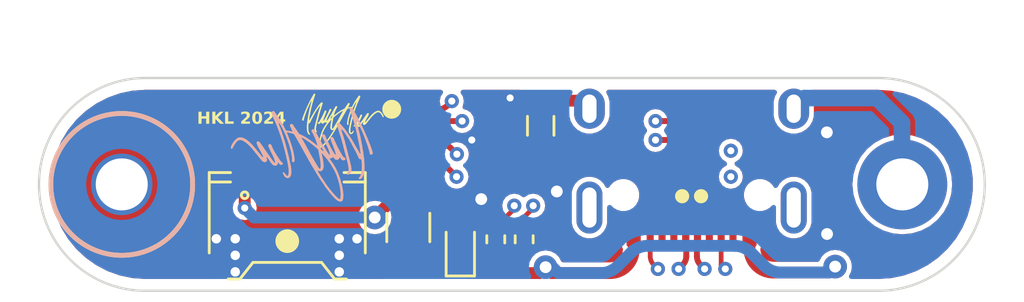
<source format=kicad_pcb>
(kicad_pcb (version 20240108) (generator "pcbnew") (generator_version "8.0")
  (layers (0 "F.Cu" signal) (1 "In1.Cu" signal) (2 "In2.Cu" signal) (31 "B.Cu" signal) (34 "B.Paste" user) (35 "F.Paste" user) (36 "B.SilkS" user "B.Silkscreen") (37 "F.SilkS" user "F.Silkscreen") (38 "B.Mask" user) (39 "F.Mask" user) (44 "Edge.Cuts" user))
  (net 0 "")
  (net 1 "GND")
  (net 2 "VBUS")
  (net 5 "D+")
  (net 6 "D-")
  (net 7 "Net-(J1-CC2)")
  (net 8 "Net-(J1-CC1)")
  (net 9 "5V")
  (net 10 "GNDPWR")
  (footprint "Inductor_SMD:L_0805_2012Metric" (layer "F.Cu") (at 132.71875 92.5225 -90)
    (property "Reference" "FB1" (hide yes))
    (property "Value" "GZ2012D601TF")
    (pad "1" smd roundrect (at -1.0625 0 270) (size 0.875 1.2) (layers "F.Cu" "F.Paste" "F.Mask") (net 10 "GNDPWR"))
    (pad "2" smd roundrect (at 1.0625 0 270) (size 0.875 1.2) (layers "F.Cu" "F.Paste" "F.Mask") (net 1 "GND"))
  )
  (footprint "Resistor_SMD:R_0402_1005Metric" (layer "F.Cu") (at 130.81875 97.3225 -90)
    (property "Reference" "R2" (hide yes))
    (property "Value" "5.1k")
    (pad "1" smd roundrect (at -0.51 0 270) (size 0.54 0.64) (layers "F.Cu" "F.Paste" "F.Mask") (net 7 "Net-(J1-CC2)"))
    (pad "2" smd roundrect (at 0.51 0 270) (size 0.54 0.64) (layers "F.Cu" "F.Paste" "F.Mask") (net 1 "GND"))
  )
  (footprint "MountingHole:MountingHole_2.2mm_M2_DIN965_Pad_TopBottom" (layer "F.Cu") (at 148.011249 95)
    (property "Reference" "H1" (hide yes))
    (property "Value" "MountingHole")
    (pad "1" thru_hole circle (at 0 0) (size 2.6 2.6) (drill 2.2) (layers "*.Cu" "*.Mask") (net 10 "GNDPWR"))
    (pad "1" connect circle (at 0 0) (size 3.8 3.8) (layers "F.Cu" "F.Mask") (net 10 "GNDPWR"))
    (pad "1" connect circle (at 0 0) (size 3.8 3.8) (layers "B.Cu" "B.Mask") (net 10 "GNDPWR"))
  )
  (footprint "Fuse:Fuse_1206_3216Metric" (layer "F.Cu") (at 127.11875 96.8225 90)
    (property "Reference" "F1" (hide yes))
    (property "Value" "SMD0805-050-16V")
    (pad "1" smd roundrect (at -1.4 0 90) (size 1.25 1.75) (layers "F.Cu" "F.Paste" "F.Mask") (roundrect_rratio 0.2) (net 2 "VBUS"))
    (pad "2" smd roundrect (at 1.4 0 90) (size 1.25 1.75) (layers "F.Cu" "F.Paste" "F.Mask") (roundrect_rratio 0.2) (net 9 "5V"))
  )
  (footprint "acheron_Components:USON-10_2.5x1.0mm_P0.5mm" (layer "F.Cu") (at 127.41875 92.8225)
    (property "Reference" "U1" (hide yes))
    (property "Value" "TPD4E05U06DQAR")
    (pad "1" smd roundrect (at -0.385 -1 270) (size 0.25 0.55) (layers "F.Cu" "F.Paste" "F.Mask") (roundrect_rratio 0.5) (net 6 "D-"))
    (pad "2" smd rect (at -0.385 -0.5 270) (size 0.25 0.55) (layers "F.Cu" "F.Paste" "F.Mask") (net 6 "D-"))
    (pad "3" smd rect (at -0.385 0 270) (size 0.3 0.55) (layers "F.Cu" "F.Paste" "F.Mask") (net 1 "GND"))
    (pad "4" smd rect (at -0.385 0.5 270) (size 0.25 0.55) (layers "F.Cu" "F.Paste" "F.Mask") (net 5 "D+"))
    (pad "5" smd rect (at -0.385 1 270) (size 0.25 0.55) (layers "F.Cu" "F.Paste" "F.Mask") (net 5 "D+"))
    (pad "6" smd rect (at 0.385 1 270) (size 0.25 0.55) (layers "F.Cu" "F.Paste" "F.Mask") (net 5 "D+"))
    (pad "7" smd rect (at 0.385 0.5 270) (size 0.25 0.55) (layers "F.Cu" "F.Paste" "F.Mask") (net 5 "D+"))
    (pad "8" smd rect (at 0.385 0 270) (size 0.3 0.55) (layers "F.Cu" "F.Paste" "F.Mask") (net 1 "GND"))
    (pad "9" smd rect (at 0.385 -0.5 270) (size 0.25 0.55) (layers "F.Cu" "F.Paste" "F.Mask") (net 6 "D-"))
    (pad "10" smd rect (at 0.385 -1 270) (size 0.25 0.55) (layers "F.Cu" "F.Paste" "F.Mask") (net 6 "D-"))
  )
  (footprint "locallib:PicoEZMate-Reinforced-Lite" (layer "F.Cu") (at 122 96.5)
    (property "Reference" "J2" (hide yes))
    (property "Value" "78171-0004")
    (pad "1" smd roundrect (at -1.8 -2.2) (size 1 1.8) (layers "F.Cu") (roundrect_rratio 0.1666666667) (net 9 "5V"))
    (pad "2" smd roundrect (at -0.6 -2.2) (size 1 1.8) (layers "F.Cu") (roundrect_rratio 0.1666666667) (net 6 "D-"))
    (pad "3" smd roundrect (at 0.6 -2.2) (size 1 1.8) (layers "F.Cu") (roundrect_rratio 0.1666666667) (net 5 "D+"))
    (pad "4" smd roundrect (at 1.8 -2.2) (size 1 1.8) (layers "F.Cu") (roundrect_rratio 0.1666666667) (net 1 "GND"))
    (pad "MP" thru_hole circle (at -3 0.8) (size 0.6 0.6) (drill 0.4) (layers "*.Cu") (net 1 "GND"))
    (pad "MP" smd roundrect (at -2.575 1.5) (size 1.45 2) (layers "F.Cu") (roundrect_rratio 0.06896551724) (net 1 "GND"))
    (pad "MP" smd roundrect (at -2.575 1.5) (size 1.45 2) (layers "B.Cu") (roundrect_rratio 0.06896551724) (net 1 "GND"))
    (pad "MP" thru_hole circle (at -2.2 0.8) (size 0.6 0.6) (drill 0.4) (layers "*.Cu") (net 1 "GND"))
    (pad "MP" thru_hole circle (at -2.2 1.5) (size 0.6 0.6) (drill 0.4) (layers "*.Cu") (net 1 "GND"))
    (pad "MP" thru_hole circle (at -2.2 2.2) (size 0.6 0.6) (drill 0.4) (layers "*.Cu") (net 1 "GND"))
    (pad "MP" thru_hole circle (at 2.2 0.8) (size 0.6 0.6) (drill 0.4) (layers "*.Cu") (net 1 "GND"))
    (pad "MP" thru_hole circle (at 2.2 1.5) (size 0.6 0.6) (drill 0.4) (layers "*.Cu") (net 1 "GND"))
    (pad "MP" thru_hole circle (at 2.2 2.2) (size 0.6 0.6) (drill 0.4) (layers "*.Cu") (net 1 "GND"))
    (pad "MP" smd roundrect (at 2.575 1.5) (size 1.45 2) (layers "F.Cu") (roundrect_rratio 0.06896551724) (net 1 "GND"))
    (pad "MP" smd roundrect (at 2.575 1.5) (size 1.45 2) (layers "B.Cu") (roundrect_rratio 0.06896551724) (net 1 "GND"))
    (pad "MP" thru_hole circle (at 2.95 0.8) (size 0.6 0.6) (drill 0.4) (layers "*.Cu") (net 1 "GND"))
  )
  (footprint "MountingHole:MountingHole_2.2mm_M2_DIN965_Pad_TopOnly" (layer "F.Cu") (at 115 95 180)
    (property "Reference" "H2" (hide yes))
    (property "Value" "MountingHole")
    (pad "1" thru_hole circle (at 0 0 180) (size 2.6 2.6) (drill 2.2) (layers "*.Cu" "*.Mask"))
    (pad "1" connect circle (at 0 0 180) (size 3.8 3.8) (layers "F.Cu" "F.Mask"))
  )
  (footprint "locallib:HRO-TYPE-C-31-M-12-Assembly" (layer "F.Cu") (at 139.1 89.2 180)
    (property "Reference" "J1" (hide yes))
    (property "Value" "TYPE-C-31-M-12")
    (pad "" np_thru_hole circle (at -2.89 -6.25 180) (size 0.65 0.65) (drill 0.65) (layers "*.Cu" "*.Mask"))
    (pad "" np_thru_hole circle (at 2.89 -6.25 180) (size 0.65 0.65) (drill 0.65) (layers "*.Cu" "*.Mask"))
    (pad "A1" smd roundrect (at -3.225 -7.695 180) (size 0.6 1.45) (layers "F.Cu" "F.Paste" "F.Mask") (roundrect_rratio 0.1) (net 1 "GND"))
    (pad "A4" smd roundrect (at -2.45 -7.695 180) (size 0.6 1.45) (layers "F.Cu" "F.Paste" "F.Mask") (roundrect_rratio 0.1) (net 2 "VBUS"))
    (pad "A5" smd roundrect (at -1.25 -7.695 180) (size 0.3 1.45) (layers "F.Cu" "F.Paste" "F.Mask") (roundrect_rratio 0.2) (net 8 "Net-(J1-CC1)"))
    (pad "A6" smd roundrect (at -0.25 -7.695 180) (size 0.3 1.45) (layers "F.Cu" "F.Paste" "F.Mask") (roundrect_rratio 0.2) (net 5 "D+"))
    (pad "A7" smd roundrect (at 0.25 -7.695 180) (size 0.3 1.45) (layers "F.Cu" "F.Paste" "F.Mask") (roundrect_rratio 0.2) (net 6 "D-"))
    (pad "A8" smd roundrect (at 1.25 -7.695 180) (size 0.3 1.45) (layers "F.Cu" "F.Paste" "F.Mask") (roundrect_rratio 0.2))
    (pad "B1" smd roundrect (at 3.225 -7.695 180) (size 0.6 1.45) (layers "F.Cu" "F.Paste" "F.Mask") (roundrect_rratio 0.1) (net 1 "GND"))
    (pad "B4" smd roundrect (at 2.45 -7.695 180) (size 0.6 1.45) (layers "F.Cu" "F.Paste" "F.Mask") (roundrect_rratio 0.1) (net 2 "VBUS"))
    (pad "B5" smd roundrect (at 1.75 -7.695 180) (size 0.3 1.45) (layers "F.Cu" "F.Paste" "F.Mask") (roundrect_rratio 0.2) (net 7 "Net-(J1-CC2)"))
    (pad "B6" smd roundrect (at 0.75 -7.695 180) (size 0.3 1.45) (layers "F.Cu" "F.Paste" "F.Mask") (roundrect_rratio 0.2) (net 5 "D+"))
    (pad "B7" smd roundrect (at -0.75 -7.695 180) (size 0.3 1.45) (layers "F.Cu" "F.Paste" "F.Mask") (roundrect_rratio 0.2) (net 6 "D-"))
    (pad "B8" smd roundrect (at -1.75 -7.695 180) (size 0.3 1.45) (layers "F.Cu" "F.Paste" "F.Mask") (roundrect_rratio 0.2))
    (pad "S1" thru_hole oval (at -4.32 -6.78 180) (size 1.1 2.2) (drill oval 0.6 1.7) (layers "*.Cu" "*.Mask") (net 10 "GNDPWR"))
    (pad "S1" thru_hole oval (at -4.32 -2.6 180) (size 1.3 1.7) (drill oval 0.6 1.2) (layers "*.Cu" "*.Mask") (net 10 "GNDPWR"))
    (pad "S1" thru_hole oval (at 4.32 -6.78 180) (size 1.1 2.2) (drill oval 0.6 1.7) (layers "*.Cu" "*.Mask") (net 10 "GNDPWR"))
    (pad "S1" thru_hole oval (at 4.32 -2.6 180) (size 1.3 1.7) (drill oval 0.6 1.2) (layers "*.Cu" "*.Mask") (net 10 "GNDPWR"))
  )
  (footprint "Diode_SMD:D_SOD-523" (layer "F.Cu") (at 129.31875 97.7225 90)
    (property "Reference" "D1" (hide yes))
    (property "Value" "ESD5Z5V0")
    (pad "1" smd rect (at -0.7 0 270) (size 0.6 0.7) (layers "F.Cu" "F.Paste" "F.Mask") (net 2 "VBUS"))
    (pad "2" smd rect (at 0.7 0 270) (size 0.6 0.7) (layers "F.Cu" "F.Paste" "F.Mask") (net 1 "GND"))
  )
  (footprint "Images:signatureBlack2.3mm" (layer "F.Cu") (at 124.353786 92.305572)
    (property "Reference" "G***" (hide yes))
    (property "Value" "LOGO" (hide yes))
  )
  (footprint "Resistor_SMD:R_0402_1005Metric" (layer "F.Cu") (at 132.01875 97.3225 90)
    (property "Reference" "R1" (hide yes))
    (property "Value" "5.1k")
    (pad "1" smd roundrect (at -0.51 0 90) (size 0.54 0.64) (layers "F.Cu" "F.Paste" "F.Mask") (net 1 "GND"))
    (pad "2" smd roundrect (at 0.51 0 90) (size 0.54 0.64) (layers "F.Cu" "F.Paste" "F.Mask") (net 8 "Net-(J1-CC1)"))
  )
  (footprint "Images:signatureBlack6mm" (layer "B.Cu") (at 122.611249 93.744707 180)
    (property "Reference" "G***" (hide yes))
    (property "Value" "LOGO" (hide yes))
  )
  (gr_circle (center 115 95) (end 118 95) (stroke (width 0.2)) (fill none) (layer "B.SilkS"))
  (gr_circle (center 115 95) (end 118 95) (stroke (width 0.2)) (fill none) (layer "F.SilkS"))
  (gr_circle (center 122 97.4) (end 122.4 97.4) (stroke (width 0.2)) (fill solid) (layer "F.SilkS"))
  (gr_circle (center 139.5 95.5) (end 139.7 95.5) (stroke (width 0.2)) (fill solid) (layer "F.SilkS"))
  (gr_circle (center 138.7 95.5) (end 138.9 95.5) (stroke (width 0.2)) (fill solid) (layer "F.SilkS"))
  (gr_arc (start 116 99.500001) (mid 111.499999 95) (end 116 90.499999) (stroke (width 0.1)) (layer "Edge.Cuts"))
  (gr_arc (start 147 90.5) (mid 151.5 95) (end 147 99.5) (stroke (width 0.1)) (layer "Edge.Cuts"))
  (gr_line (start 147 90.5) (end 116 90.499999) (stroke (width 0.1)) (layer "Edge.Cuts"))
  (gr_line (start 116 99.500001) (end 147 99.5) (stroke (width 0.1)) (layer "Edge.Cuts"))
  (gr_text "HKL 2024" (at 118.179609 92.5207 0) (layer "F.SilkS") (effects (font (size 0.5 0.5) (thickness 0.125)) (justify left bottom)))
  (segment (start 135.85 96.8975) (end 135.85 97.327913) (width 0.2) (layer "F.Cu") (net 1))
  (via (at 129.80375 93.1225) (size 0.6) (drill 0.3) (layers "F.Cu" "B.Cu") (net 1))
  (via (at 133.4 95.3) (size 1) (drill 0.5) (layers "F.Cu" "B.Cu") (net 1))
  (via (at 144.829639 97.098274) (size 1) (drill 0.5) (layers "F.Cu" "B.Cu") (net 1))
  (via (at 130.20375 95.6225) (size 1) (drill 0.5) (layers "F.Cu" "B.Cu") (net 1))
  (via (at 131.425 91.34375) (size 0.6) (drill 0.3) (layers "F.Cu" "B.Cu") (net 1))
  (via (at 144.820324 92.798274) (size 1) (drill 0.5) (layers "F.Cu" "B.Cu") (net 1))
  (segment (start 129.31875 98.4225) (end 127.31875 98.4225) (width 0.5) (layer "F.Cu") (net 2))
  (segment (start 129.646751 98.750501) (end 129.31875 98.4225) (width 0.5) (layer "F.Cu") (net 2))
  (segment (start 127.31875 98.4225) (end 127.11875 98.2225) (width 0.5) (layer "F.Cu") (net 2))
  (segment (start 129.646751 98.750501) (end 132.675499 98.750501) (width 0.5) (layer "F.Cu") (net 2))
  (segment (start 132.675499 98.750501) (end 132.925 98.501) (width 0.5) (layer "F.Cu") (net 2))
  (segment (start 136.651574 96.896574) (end 136.65 96.895) (width 0.5) (layer "F.Cu") (net 2))
  (segment (start 133.174 98.75) (end 132.925 98.501) (width 0.5) (layer "F.Cu") (net 2))
  (segment (start 144.922139 98.726274) (end 145.171639 98.476774) (width 0.5) (layer "F.Cu") (net 2))
  (segment (start 142.55 98.726274) (end 144.922139 98.726274) (width 0.5) (layer "F.Cu") (net 2))
  (segment (start 141.55 96.895) (end 141.55 97.726274) (width 0.5) (layer "F.Cu") (net 2))
  (segment (start 135.651574 98.75) (end 133.174 98.75) (width 0.5) (layer "F.Cu") (net 2))
  (segment (start 136.651574 97.75) (end 136.651574 96.896574) (width 0.5) (layer "F.Cu") (net 2))
  (via (at 132.925 98.501) (size 1) (drill 0.5) (layers "F.Cu" "B.Cu") (net 2))
  (via (at 145.171639 98.476774) (size 1) (drill 0.5) (layers "F.Cu" "B.Cu") (net 2))
  (arc (start 141.55 97.726274) (mid 141.842893 98.433381) (end 142.55 98.726274) (width 0.5) (layer "F.Cu") (net 2))
  (arc (start 136.651574 97.75) (mid 136.358681 98.457107) (end 135.651574 98.75) (width 0.5) (layer "F.Cu") (net 2))
  (segment (start 145.171639 98.476774) (end 144.923413 98.725) (width 0.5) (layer "B.Cu") (net 2))
  (segment (start 140.915425 97.598274) (end 137.243853 97.598274) (width 0.5) (layer "B.Cu") (net 2))
  (segment (start 144.923413 98.725) (end 142.870579 98.725) (width 0.5) (layer "B.Cu") (net 2))
  (segment (start 135.263699 98.75) (end 133.46775 98.75) (width 0.5) (layer "B.Cu") (net 2))
  (segment (start 142.163472 98.432107) (end 141.622532 97.891167) (width 0.5) (layer "B.Cu") (net 2))
  (segment (start 133.46775 98.75) (end 133.21875 98.501) (width 0.5) (layer "B.Cu") (net 2))
  (segment (start 136.536746 97.891167) (end 135.970806 98.457107) (width 0.5) (layer "B.Cu") (net 2))
  (arc (start 141.622532 97.891167) (mid 141.298109 97.674394) (end 140.915425 97.598274) (width 0.5) (layer "B.Cu") (net 2))
  (arc (start 137.243853 97.598274) (mid 136.86117 97.674394) (end 136.536746 97.891167) (width 0.5) (layer "B.Cu") (net 2))
  (arc (start 142.163472 98.432107) (mid 142.487895 98.64888) (end 142.870579 98.725) (width 0.5) (layer "B.Cu") (net 2))
  (arc (start 135.970806 98.457107) (mid 135.646383 98.67388) (end 135.263699 98.75) (width 0.5) (layer "B.Cu") (net 2))
  (segment (start 137.57375 93.1225) (end 138.345 93.1225) (width 0.25) (layer "F.Cu") (net 5))
  (segment (start 127.03375 93.8225) (end 127.80375 93.8225) (width 0.25) (layer "F.Cu") (net 5))
  (segment (start 128.920197 93.468947) (end 129.17375 93.7225) (width 0.25) (layer "F.Cu") (net 5))
  (segment (start 123.6 92.7225) (end 124.996643 92.7225) (width 0.25) (layer "F.Cu") (net 5))
  (segment (start 126.157303 93.676053) (end 125.657303 93.176053) (width 0.25) (layer "F.Cu") (net 5))
  (segment (start 127.80375 93.8225) (end 128.096643 93.8225) (width 0.25) (layer "F.Cu") (net 5))
  (segment (start 139.471447 98.396447) (end 139.649999 98.574999) (width 0.25) (layer "F.Cu") (net 5))
  (segment (start 138.845 94.832893) (end 138.845 93.6225) (width 0.25) (layer "F.Cu") (net 5))
  (segment (start 125.657303 93.176053) (end 125.350196 92.868946) (width 0.25) (layer "F.Cu") (net 5))
  (segment (start 127.00375 93.3225) (end 127.77375 93.3225) (width 0.25) (layer "F.Cu") (net 5))
  (segment (start 139.35 96.895) (end 139.325001 96.919999) (width 0.25) (layer "F.Cu") (net 5))
  (segment (start 127.03375 93.3225) (end 126.010857 93.3225) (width 0.25) (layer "F.Cu") (net 5))
  (segment (start 127.77375 93.3225) (end 128.566643 93.3225) (width 0.25) (layer "F.Cu") (net 5))
  (segment (start 128.450197 93.968947) (end 129.158749 94.677499) (width 0.25) (layer "F.Cu") (net 5))
  (segment (start 138.32 96.895) (end 138.32 95.772107) (width 0.25) (layer "F.Cu") (net 5))
  (segment (start 126.510857 93.8225) (end 127.03375 93.8225) (width 0.25) (layer "F.Cu") (net 5))
  (segment (start 138.466447 95.418553) (end 138.698554 95.186446) (width 0.25) (layer "F.Cu") (net 5))
  (segment (start 122.6 94.3) (end 122.6 93.7225) (width 0.25) (layer "F.Cu") (net 5))
  (segment (start 139.325001 96.919999) (end 139.325 98.042893) (width 0.25) (layer "F.Cu") (net 5))
  (via (at 129.158749 94.677499) (size 0.6) (drill 0.3) (layers "F.Cu" "B.Cu") (net 5))
  (via (at 139.649999 98.574999) (size 0.6) (drill 0.3) (layers "F.Cu" "B.Cu") (net 5))
  (via (at 129.17375 93.7225) (size 0.6) (drill 0.3) (layers "F.Cu" "B.Cu") (net 5))
  (via (at 140.758749 94.677499) (size 0.6) (drill 0.3) (layers "F.Cu" "B.Cu") (net 5))
  (via (at 137.57375 93.1225) (size 0.6) (drill 0.3) (layers "F.Cu" "B.Cu") (net 5))
  (arc (start 138.698554 95.186446) (mid 138.80694 95.024234) (end 138.845 94.832893) (width 0.25) (layer "F.Cu") (net 5))
  (arc (start 139.325 98.042893) (mid 139.36306 98.234235) (end 139.471447 98.396447) (width 0.25) (layer "F.Cu") (net 5))
  (arc (start 122.6 93.7225) (mid 122.892893 93.015393) (end 123.6 92.7225) (width 0.25) (layer "F.Cu") (net 5))
  (arc (start 126.157303 93.676053) (mid 126.319515 93.78444) (end 126.510857 93.8225) (width 0.25) (layer "F.Cu") (net 5))
  (arc (start 124.996643 92.7225) (mid 125.187984 92.76056) (end 125.350196 92.868946) (width 0.25) (layer "F.Cu") (net 5))
  (arc (start 138.466447 95.418553) (mid 138.35806 95.580765) (end 138.32 95.772107) (width 0.25) (layer "F.Cu") (net 5))
  (arc (start 128.566643 93.3225) (mid 128.757985 93.36056) (end 128.920197 93.468947) (width 0.25) (layer "F.Cu") (net 5))
  (arc (start 138.345 93.1225) (mid 138.698553 93.268947) (end 138.845 93.6225) (width 0.25) (layer "F.Cu") (net 5))
  (arc (start 128.450197 93.968947) (mid 128.287985 93.86056) (end 128.096643 93.8225) (width 0.25) (layer "F.Cu") (net 5))
  (arc (start 125.657303 93.176053) (mid 125.819515 93.28444) (end 126.010857 93.3225) (width 0.25) (layer "F.Cu") (net 5))
  (segment (start 139.295 92.8225) (end 139.295 94.812893) (width 0.25) (layer "F.Cu") (net 6))
  (segment (start 129.395 92.3225) (end 126.677399 92.3225) (width 0.25) (layer "F.Cu") (net 6))
  (segment (start 128.760195 91.676053) (end 128.958749 91.477499) (width 0.25) (layer "F.Cu") (net 6))
  (segment (start 139.82 95.752107) (end 139.82 96.895) (width 0.25) (layer "F.Cu") (net 6))
  (segment (start 138.874999 96.919999) (end 138.875 98.042892) (width 0.25) (layer "F.Cu") (net 6))
  (segment (start 139.441447 95.166447) (end 139.673554 95.398554) (width 0.25) (layer "F.Cu") (net 6))
  (segment (start 126.323845 92.176053) (end 126.116738 91.968946) (width 0.25) (layer "F.Cu") (net 6))
  (segment (start 127.03375 91.8225) (end 127.80375 91.8225) (width 0.25) (layer "F.Cu") (net 6))
  (segment (start 125.763185 91.8225) (end 127.03375 91.8225) (width 0.25) (layer "F.Cu") (net 6))
  (segment (start 122.4 91.8225) (end 125.763185 91.8225) (width 0.25) (layer "F.Cu") (net 6))
  (segment (start 137.57375 92.3225) (end 138.795 92.3225) (width 0.25) (layer "F.Cu") (net 6))
  (segment (start 127.80375 91.8225) (end 128.406641 91.8225) (width 0.25) (layer "F.Cu") (net 6))
  (segment (start 138.728553 98.396446) (end 138.55 98.574999) (width 0.25) (layer "F.Cu") (net 6))
  (segment (start 138.85 96.895) (end 138.874999 96.919999) (width 0.25) (layer "F.Cu") (net 6))
  (segment (start 121.4 94.3) (end 121.4 92.8225) (width 0.25) (layer "F.Cu") (net 6))
  (via (at 129.395 92.3225) (size 0.6) (drill 0.3) (layers "F.Cu" "B.Cu") (net 6))
  (via (at 138.55 98.574999) (size 0.6) (drill 0.3) (layers "F.Cu" "B.Cu") (net 6))
  (via (at 128.958749 91.477499) (size 0.6) (drill 0.3) (layers "F.Cu" "B.Cu") (net 6))
  (via (at 137.57375 92.3225) (size 0.6) (drill 0.3) (layers "F.Cu" "B.Cu") (net 6))
  (via (at 140.758749 93.577499) (size 0.6) (drill 0.3) (layers "F.Cu" "B.Cu") (net 6))
  (arc (start 121.4 92.8225) (mid 121.692893 92.115393) (end 122.4 91.8225) (width 0.25) (layer "F.Cu") (net 6))
  (arc (start 126.116738 91.968946) (mid 125.954526 91.86056) (end 125.763185 91.8225) (width 0.25) (layer "F.Cu") (net 6))
  (arc (start 138.795 92.3225) (mid 139.148553 92.468947) (end 139.295 92.8225) (width 0.25) (layer "F.Cu") (net 6))
  (arc (start 139.82 95.752107) (mid 139.78194 95.560766) (end 139.673554 95.398554) (width 0.25) (layer "F.Cu") (net 6))
  (arc (start 139.441447 95.166447) (mid 139.33306 95.004235) (end 139.295 94.812893) (width 0.25) (layer "F.Cu") (net 6))
  (arc (start 128.406641 91.8225) (mid 128.597983 91.78444) (end 128.760195 91.676053) (width 0.25) (layer "F.Cu") (net 6))
  (arc (start 138.875 98.042892) (mid 138.83694 98.234234) (end 138.728553 98.396446) (width 0.25) (layer "F.Cu") (net 6))
  (arc (start 126.323845 92.176053) (mid 126.486057 92.28444) (end 126.677399 92.3225) (width 0.25) (layer "F.Cu") (net 6))
  (segment (start 137.35 96.895) (end 137.35 98.042893) (width 0.2) (layer "F.Cu") (net 7))
  (segment (start 131.6 96.03125) (end 130.81875 96.8125) (width 0.2) (layer "F.Cu") (net 7))
  (segment (start 137.496447 98.396447) (end 137.674999 98.574999) (width 0.2) (layer "F.Cu") (net 7))
  (segment (start 131.6 95.9) (end 131.6 96.03125) (width 0.2) (layer "F.Cu") (net 7))
  (via (at 131.6 95.9) (size 0.6) (drill 0.3) (layers "F.Cu" "B.Cu") (net 7))
  (via (at 137.674999 98.574999) (size 0.6) (drill 0.3) (layers "F.Cu" "B.Cu") (net 7))
  (arc (start 137.35 98.042893) (mid 137.38806 98.234235) (end 137.496447 98.396447) (width 0.2) (layer "F.Cu") (net 7))
  (segment (start 132.4 96) (end 132.4 95.9) (width 0.2) (layer "F.Cu") (net 8))
  (segment (start 140.35 98.399999) (end 140.525 98.574999) (width 0.2) (layer "F.Cu") (net 8))
  (segment (start 132.01875 96.8125) (end 132.01875 96.38125) (width 0.2) (layer "F.Cu") (net 8))
  (segment (start 132.01875 96.38125) (end 132.4 96) (width 0.2) (layer "F.Cu") (net 8))
  (segment (start 140.35 96.895) (end 140.35 98.399999) (width 0.2) (layer "F.Cu") (net 8))
  (via (at 140.525 98.574999) (size 0.6) (drill 0.3) (layers "F.Cu" "B.Cu") (net 8))
  (via (at 132.4 95.9) (size 0.6) (drill 0.3) (layers "F.Cu" "B.Cu") (net 8))
  (segment (start 126.6775 95.4225) (end 125.7 96.4) (width 0.5) (layer "F.Cu") (net 9))
  (segment (start 127.11875 95.4225) (end 126.6775 95.4225) (width 0.5) (layer "F.Cu") (net 9))
  (segment (start 120.2 96) (end 120.2 94.3) (width 0.5) (layer "F.Cu") (net 9))
  (via (at 125.7 96.4) (size 1) (drill 0.5) (layers "F.Cu" "B.Cu") (net 9))
  (via (at 120.2 96) (size 0.6) (drill 0.3) (layers "F.Cu" "B.Cu") (net 9))
  (segment (start 125.7 96.4) (end 120.6 96.4) (width 0.5) (layer "B.Cu") (net 9))
  (segment (start 120.6 96.4) (end 120.2 96) (width 0.5) (layer "B.Cu") (net 9))
  (segment (start 132.71875 91.46) (end 134.44 91.46) (width 0.5) (layer "F.Cu") (net 10))
  (segment (start 134.44 91.46) (end 134.78 91.8) (width 0.5) (layer "F.Cu") (net 10))
  (segment (start 146.95 91.35) (end 148 92.4) (width 0.7) (layer "B.Cu") (net 10))
  (segment (start 143.87 91.35) (end 146.95 91.35) (width 0.7) (layer "B.Cu") (net 10))
  (segment (start 148 92.4) (end 148 95) (width 0.7) (layer "B.Cu") (net 10))
  (segment (start 143.42 91.8) (end 143.87 91.35) (width 0.7) (layer "B.Cu") (net 10))
  (zone (net 1) (net_name "GND") (layers "F.Cu" "In1.Cu" "In2.Cu" "B.Cu") (connect_pads yes (clearance 0.2)) (min_thickness 0.2) (fill yes (thermal_gap 0.25) (thermal_bridge_width 0.25))
    (polygon (pts (xy 152 99.9225) (xy 111 100) (xy 111 90) (xy 152 89.9225)))
  )
)
</source>
